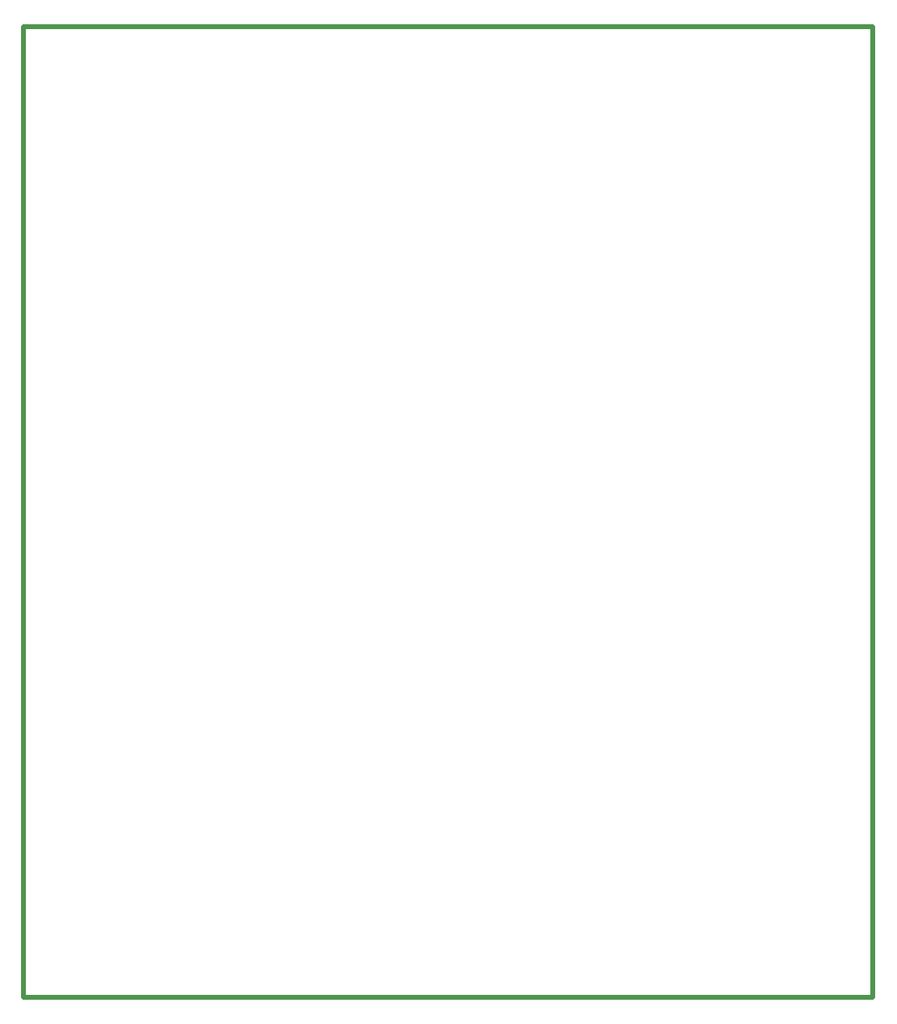
<source format=gbr>
%TF.GenerationSoftware,KiCad,Pcbnew,8.0.1*%
%TF.CreationDate,2024-11-21T16:43:07-05:00*%
%TF.ProjectId,SensorPCB,53656e73-6f72-4504-9342-2e6b69636164,rev?*%
%TF.SameCoordinates,Original*%
%TF.FileFunction,Paste,Bot*%
%TF.FilePolarity,Positive*%
%FSLAX46Y46*%
G04 Gerber Fmt 4.6, Leading zero omitted, Abs format (unit mm)*
G04 Created by KiCad (PCBNEW 8.0.1) date 2024-11-21 16:43:07*
%MOMM*%
%LPD*%
G01*
G04 APERTURE LIST*
%TA.AperFunction,Profile*%
%ADD10C,0.499999*%
%TD*%
G04 APERTURE END LIST*
D10*
X33500000Y-20050000D02*
X122400000Y-20050000D01*
X122400000Y-121650000D01*
X33500000Y-121650000D01*
X33500000Y-20050000D01*
M02*

</source>
